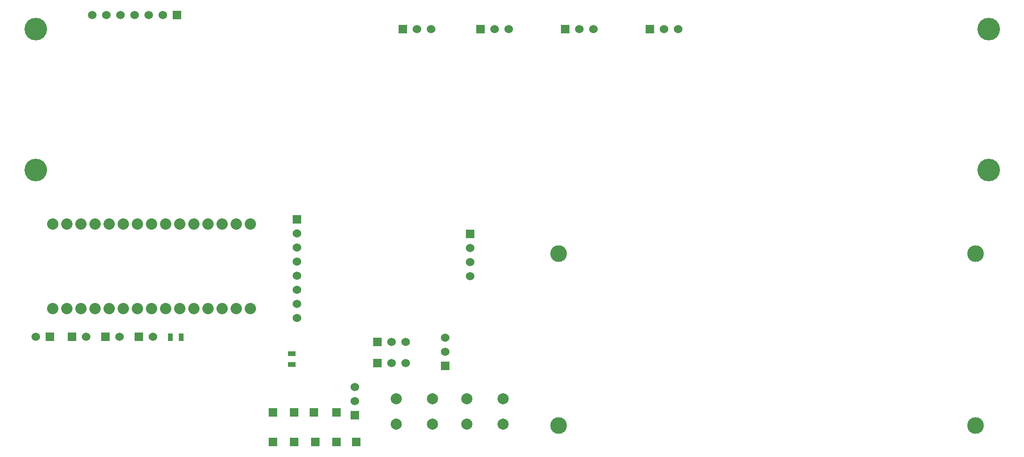
<source format=gts>
G04 (created by PCBNEW (2013-07-07 BZR 4022)-stable) date 2020-03-17 3:52:32 PM*
%MOIN*%
G04 Gerber Fmt 3.4, Leading zero omitted, Abs format*
%FSLAX34Y34*%
G01*
G70*
G90*
G04 APERTURE LIST*
%ADD10C,0.00590551*%
%ADD11C,0.0787402*%
%ADD12C,0.16*%
%ADD13R,0.055X0.035*%
%ADD14R,0.06X0.06*%
%ADD15C,0.06*%
%ADD16C,0.08*%
%ADD17C,0.11811*%
%ADD18R,0.035X0.055*%
G04 APERTURE END LIST*
G54D10*
G54D11*
X91551Y-51251D03*
X94110Y-51251D03*
X91551Y-53023D03*
X94110Y-53023D03*
X86551Y-51251D03*
X89110Y-51251D03*
X86551Y-53023D03*
X89110Y-53023D03*
G54D12*
X61000Y-25000D03*
X61000Y-35000D03*
X128500Y-25000D03*
X128500Y-35000D03*
G54D13*
X79133Y-48800D03*
X79133Y-48050D03*
G54D14*
X85200Y-48700D03*
G54D15*
X86200Y-48700D03*
X87200Y-48700D03*
G54D14*
X85200Y-47200D03*
G54D15*
X86200Y-47200D03*
X87200Y-47200D03*
G54D14*
X90000Y-48900D03*
G54D15*
X90000Y-47900D03*
X90000Y-46900D03*
G54D14*
X62000Y-46850D03*
G54D15*
X61000Y-46850D03*
G54D16*
X62200Y-38850D03*
X73200Y-38850D03*
X72200Y-38850D03*
X70200Y-38850D03*
X71200Y-38850D03*
X75200Y-38850D03*
X74200Y-38850D03*
X76200Y-38850D03*
X69200Y-38850D03*
X68200Y-38850D03*
X66200Y-38850D03*
X67200Y-38850D03*
X63200Y-38850D03*
X64200Y-38850D03*
X65200Y-38850D03*
X73200Y-44850D03*
X74200Y-44850D03*
X76200Y-44850D03*
X75200Y-44850D03*
X72200Y-44850D03*
X65200Y-44850D03*
X71200Y-44850D03*
X70200Y-44850D03*
X62200Y-44850D03*
X64200Y-44850D03*
X63200Y-44850D03*
X68200Y-44850D03*
X69200Y-44850D03*
X67200Y-44850D03*
X66200Y-44850D03*
G54D14*
X79500Y-38500D03*
G54D15*
X79500Y-39500D03*
X79500Y-40500D03*
X79500Y-41500D03*
X79500Y-42500D03*
X79500Y-43500D03*
X79500Y-44500D03*
X79500Y-45500D03*
G54D14*
X91780Y-39530D03*
G54D15*
X91780Y-40530D03*
X91780Y-41530D03*
X91780Y-42530D03*
G54D14*
X87000Y-25000D03*
G54D15*
X88000Y-25000D03*
X89000Y-25000D03*
G54D14*
X92500Y-25000D03*
G54D15*
X93500Y-25000D03*
X94500Y-25000D03*
G54D14*
X98500Y-25000D03*
G54D15*
X99500Y-25000D03*
X100500Y-25000D03*
G54D14*
X104500Y-25000D03*
G54D15*
X105500Y-25000D03*
X106500Y-25000D03*
G54D14*
X83600Y-52400D03*
G54D15*
X83600Y-51400D03*
X83600Y-50400D03*
G54D14*
X79300Y-54300D03*
X80800Y-54300D03*
X77800Y-52200D03*
X80700Y-52200D03*
X82300Y-52200D03*
X77800Y-54300D03*
X82300Y-54300D03*
X79300Y-52200D03*
X83700Y-54300D03*
X71000Y-24000D03*
G54D15*
X70000Y-24000D03*
X69000Y-24000D03*
X68000Y-24000D03*
X67000Y-24000D03*
X66000Y-24000D03*
X65000Y-24000D03*
G54D17*
X98031Y-40944D03*
X127559Y-40944D03*
X98031Y-53149D03*
X127559Y-53149D03*
G54D14*
X68297Y-46844D03*
G54D15*
X69297Y-46844D03*
G54D14*
X65935Y-46844D03*
G54D15*
X66935Y-46844D03*
G54D14*
X63573Y-46844D03*
G54D15*
X64573Y-46844D03*
G54D18*
X70555Y-46860D03*
X71305Y-46860D03*
M02*

</source>
